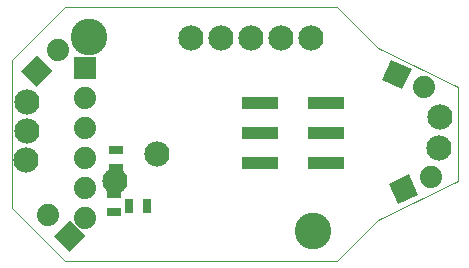
<source format=gbs>
G04 (created by PCBNEW (2013-jul-07)-stable) date Fri 06 Feb 2015 01:54:20 AM EST*
%MOIN*%
G04 Gerber Fmt 3.4, Leading zero omitted, Abs format*
%FSLAX34Y34*%
G01*
G70*
G90*
G04 APERTURE LIST*
%ADD10C,0.00590551*%
%ADD11C,0.00393701*%
%ADD12R,0.049X0.029*%
%ADD13R,0.029X0.049*%
%ADD14R,0.123X0.042*%
%ADD15R,0.074X0.074*%
%ADD16C,0.074*%
%ADD17C,0.084*%
%ADD18C,0.12211*%
G04 APERTURE END LIST*
G54D10*
G54D11*
X55118Y-14960D02*
X46062Y-14960D01*
X55118Y-23425D02*
X46062Y-23425D01*
X46062Y-23425D02*
X44291Y-21653D01*
X44291Y-16732D02*
X46062Y-14960D01*
X59153Y-20767D02*
X56496Y-22047D01*
X59153Y-17618D02*
X59153Y-20767D01*
X56496Y-16338D02*
X59153Y-17618D01*
X44291Y-16732D02*
X44291Y-21653D01*
X55118Y-14960D02*
X56496Y-16338D01*
X55118Y-23425D02*
X56496Y-22047D01*
G54D12*
X47750Y-20321D03*
X47750Y-19721D03*
G54D13*
X48188Y-21582D03*
X48788Y-21582D03*
G54D12*
X47700Y-21786D03*
X47700Y-21186D03*
G54D14*
X52570Y-18151D03*
X52570Y-19151D03*
X52570Y-20151D03*
X54750Y-18151D03*
X54750Y-19151D03*
X54750Y-20151D03*
G54D15*
X46725Y-16995D03*
G54D16*
X46725Y-17995D03*
X46725Y-18995D03*
X46725Y-19995D03*
X46725Y-20995D03*
X46725Y-21995D03*
G54D17*
X47727Y-20768D03*
G54D10*
G36*
X45118Y-17609D02*
X44595Y-17085D01*
X45118Y-16562D01*
X45642Y-17085D01*
X45118Y-17609D01*
X45118Y-17609D01*
G37*
G54D16*
X45825Y-16378D03*
G54D10*
G36*
X56633Y-17388D02*
X56946Y-16718D01*
X57617Y-17030D01*
X57304Y-17701D01*
X56633Y-17388D01*
X56633Y-17388D01*
G37*
G54D16*
X58031Y-17632D03*
G54D10*
G36*
X57167Y-21523D02*
X56855Y-20852D01*
X57525Y-20539D01*
X57838Y-21210D01*
X57167Y-21523D01*
X57167Y-21523D01*
G37*
G54D16*
X58253Y-20608D03*
G54D10*
G36*
X46742Y-22597D02*
X46219Y-23120D01*
X45696Y-22597D01*
X46219Y-22074D01*
X46742Y-22597D01*
X46742Y-22597D01*
G37*
G54D16*
X45512Y-21890D03*
G54D17*
X58570Y-18610D03*
X58530Y-19660D03*
X49119Y-19845D03*
G54D18*
X46850Y-15944D03*
X54330Y-22440D03*
G54D17*
X51250Y-16000D03*
X52250Y-16000D03*
X53250Y-16000D03*
X50250Y-16000D03*
X44783Y-19094D03*
X44783Y-18110D03*
X44779Y-20062D03*
X54257Y-15981D03*
M02*

</source>
